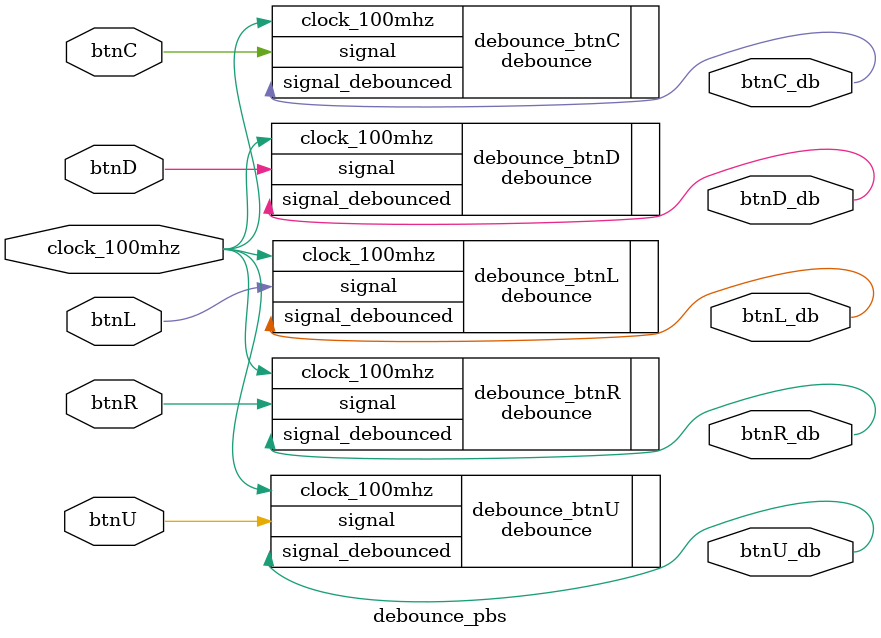
<source format=v>
`timescale 1ns / 1ps


module debounce_pbs(
    
    input clock_100mhz,
    
    input btnC, btnU, btnL, btnR, btnD,
    
    output btnC_db, btnU_db, btnL_db, btnR_db, btnD_db
    
    );
    
    debounce debounce_btnC ( .clock_100mhz(clock_100mhz), .signal(btnC), .signal_debounced(btnC_db) );
    debounce debounce_btnU ( .clock_100mhz(clock_100mhz), .signal(btnU), .signal_debounced(btnU_db) );
    debounce debounce_btnL ( .clock_100mhz(clock_100mhz), .signal(btnL), .signal_debounced(btnL_db) );
    debounce debounce_btnR ( .clock_100mhz(clock_100mhz), .signal(btnR), .signal_debounced(btnR_db) );
    debounce debounce_btnD ( .clock_100mhz(clock_100mhz), .signal(btnD), .signal_debounced(btnD_db) );
        
endmodule

</source>
